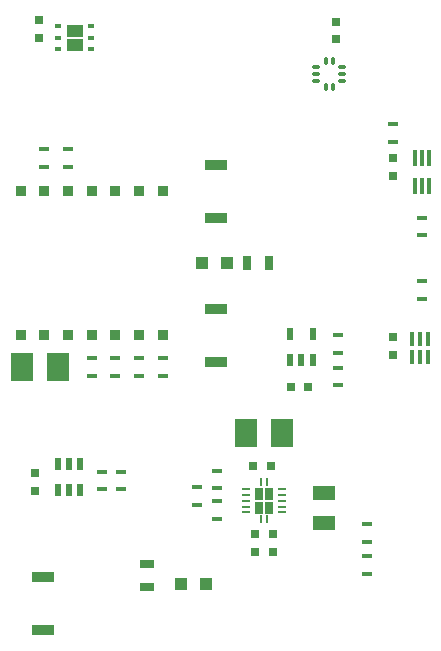
<source format=gtp>
G04 #@! TF.FileFunction,Paste,Top*
%FSLAX46Y46*%
G04 Gerber Fmt 4.6, Leading zero omitted, Abs format (unit mm)*
G04 Created by KiCad (PCBNEW 4.0.5) date 2017 April 23, Sunday 17:14:46*
%MOMM*%
%LPD*%
G01*
G04 APERTURE LIST*
%ADD10C,0.100000*%
%ADD11O,0.290000X0.740000*%
%ADD12O,0.740000X0.290000*%
%ADD13R,0.790000X0.220000*%
%ADD14R,0.682960X1.060000*%
%ADD15R,0.220000X0.640000*%
%ADD16R,0.540000X0.340000*%
%ADD17R,1.360000X1.060000*%
%ADD18R,0.840000X0.440000*%
%ADD19R,1.890720X2.439360*%
%ADD20R,0.640000X1.240000*%
%ADD21R,0.590000X1.000000*%
%ADD22R,1.138880X1.138880*%
%ADD23R,1.240000X0.640000*%
%ADD24R,0.340000X1.340000*%
%ADD25R,0.340000X1.240000*%
%ADD26R,0.940000X0.940000*%
%ADD27R,1.940000X0.940000*%
%ADD28R,1.900000X1.150000*%
%ADD29R,0.740000X0.690000*%
%ADD30R,0.690000X0.740000*%
G04 APERTURE END LIST*
D10*
D11*
X27700000Y50100000D03*
X27100000Y50100000D03*
X27100000Y47900000D03*
X27700000Y47900000D03*
D12*
X26300000Y49600000D03*
X26300000Y49000000D03*
X26300000Y48400000D03*
X28500000Y48400000D03*
X28500000Y49000000D03*
X28500000Y49600000D03*
D13*
X20400000Y13900000D03*
X20400000Y13400000D03*
X20400000Y12900000D03*
X20400000Y12400000D03*
X20400000Y11900000D03*
X23400000Y11900000D03*
X23400000Y12400000D03*
X23400000Y12900000D03*
X23400000Y13400000D03*
X23400000Y13900000D03*
D14*
X22311480Y12300000D03*
X22311480Y13500000D03*
X21488520Y13500000D03*
X21488520Y12300000D03*
D15*
X22150000Y14450000D03*
X21650000Y14450000D03*
X21650000Y11350000D03*
X22150000Y11350000D03*
D16*
X4450000Y53049998D03*
X4450000Y51149998D03*
X4450000Y52099998D03*
X7250000Y52099998D03*
X7250000Y53049998D03*
X7250000Y51149998D03*
D17*
X5850000Y51499998D03*
X5850000Y52699998D03*
D18*
X30635295Y10886745D03*
X30635295Y9386745D03*
D19*
X20399594Y18600000D03*
X23447594Y18600000D03*
D20*
X20450000Y33000000D03*
X22350000Y33000000D03*
D18*
X8191594Y13859178D03*
X8191594Y15359178D03*
X9796593Y13855847D03*
X9796593Y15355847D03*
X5300000Y42650001D03*
X5300000Y41150001D03*
X13300000Y23449999D03*
X13300000Y24949999D03*
X9299999Y24950001D03*
X9299999Y23450001D03*
X11299999Y23450001D03*
X11299999Y24950001D03*
X7299999Y24950000D03*
X7299999Y23450000D03*
X28150001Y26915543D03*
X28150001Y25415543D03*
X28150000Y24158763D03*
X28150000Y22658763D03*
X30635294Y8186747D03*
X30635294Y6686747D03*
X17923594Y15442821D03*
X17923594Y13942821D03*
X17923594Y12842822D03*
X17923594Y11342822D03*
X35250000Y35350000D03*
X35250000Y36850000D03*
X32850000Y43300000D03*
X32850000Y44800000D03*
X35249999Y31500001D03*
X35249999Y30000001D03*
D21*
X4450000Y13800000D03*
X5400000Y13800000D03*
X6350000Y13800000D03*
X6350000Y16000000D03*
X4450000Y16000000D03*
X5400000Y16000000D03*
X24100001Y24765543D03*
X25050001Y24765543D03*
X26000001Y24765543D03*
X26000001Y26965543D03*
X24100001Y26965543D03*
D19*
X1375999Y24200001D03*
X4423999Y24200001D03*
D18*
X16223594Y14042821D03*
X16223594Y12542821D03*
D22*
X16949020Y5850000D03*
X14850980Y5850000D03*
D23*
X12000001Y5599999D03*
X12000001Y7499999D03*
D24*
X34650000Y39550000D03*
X35250000Y39550000D03*
X35850000Y39550000D03*
X35850000Y41950000D03*
X35250000Y41950000D03*
X34650000Y41950000D03*
D25*
X34450000Y25023333D03*
X35100000Y25023333D03*
X35750000Y25023333D03*
X35750000Y26623333D03*
X35100000Y26623333D03*
X34450000Y26623333D03*
D18*
X3300000Y42649999D03*
X3300000Y41149999D03*
D26*
X13300000Y26900000D03*
X11300000Y26900000D03*
X9300000Y26900000D03*
X7300000Y26900000D03*
X5300000Y26900000D03*
X3300000Y26900000D03*
X1300000Y26900000D03*
X13300000Y39100000D03*
X11300000Y39100000D03*
X9300000Y39100000D03*
X7300000Y39100000D03*
X5300000Y39100000D03*
X3300000Y39100000D03*
X1300000Y39100000D03*
D22*
X16650980Y33000000D03*
X18749020Y33000000D03*
D27*
X17800000Y24650000D03*
X17800000Y29150000D03*
X17800000Y36850000D03*
X17800000Y41350000D03*
X3150000Y6450000D03*
X3150000Y1950000D03*
D28*
X27000000Y11025000D03*
X27000000Y13575000D03*
D29*
X21000000Y15800000D03*
X22500000Y15800000D03*
X24150001Y22558761D03*
X25650001Y22558761D03*
D30*
X32850002Y41900000D03*
X32850002Y40400000D03*
X32800000Y25250000D03*
X32800000Y26750000D03*
X28000000Y51950000D03*
X28000000Y53450000D03*
X2850000Y52100000D03*
X2850000Y53600000D03*
D29*
X22658888Y10059562D03*
X21158888Y10059562D03*
D30*
X2500000Y13750000D03*
X2500000Y15250000D03*
D29*
X22658888Y8559567D03*
X21158888Y8559567D03*
M02*

</source>
